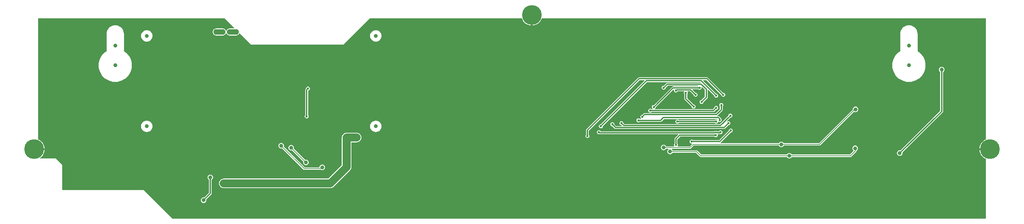
<source format=gbl>
G04 Layer_Physical_Order=2*
G04 Layer_Color=16711680*
%FSLAX25Y25*%
%MOIN*%
G70*
G01*
G75*
%ADD27C,0.01181*%
%ADD29C,0.00787*%
%ADD30C,0.07874*%
%ADD34C,0.03937*%
%ADD35C,0.19685*%
%ADD36C,0.05512*%
%ADD37C,0.02362*%
%ADD38O,0.11811X0.05512*%
G36*
X496850Y197471D02*
X497700Y197538D01*
X499297Y197921D01*
X500814Y198549D01*
X502214Y199407D01*
X503463Y200474D01*
X504530Y201723D01*
X505388Y203123D01*
X506016Y204640D01*
X506036Y204724D01*
X948819D01*
Y83205D01*
X948005Y82868D01*
X946605Y82010D01*
X945356Y80943D01*
X944289Y79695D01*
X943431Y78294D01*
X942803Y76777D01*
X942419Y75180D01*
X942352Y74331D01*
X952756D01*
Y72756D01*
X942352D01*
X942419Y71906D01*
X942803Y70309D01*
X943431Y68792D01*
X944289Y67392D01*
X945356Y66143D01*
X946605Y65077D01*
X948005Y64219D01*
X948819Y63881D01*
Y3937D01*
X137795D01*
X109055Y32677D01*
X27900Y32677D01*
X27900Y57745D01*
X21472Y64173D01*
X5634Y64173D01*
X5493Y64673D01*
X6151Y65077D01*
X7400Y66143D01*
X8467Y67392D01*
X9325Y68792D01*
X9953Y70309D01*
X10336Y71906D01*
X10403Y72756D01*
X0D01*
Y74331D01*
X10403D01*
X10336Y75180D01*
X9953Y76777D01*
X9325Y78294D01*
X8467Y79695D01*
X7400Y80943D01*
X6151Y82010D01*
X4751Y82868D01*
X3937Y83205D01*
Y204724D01*
X189764D01*
X199507Y194981D01*
X199316Y194519D01*
X194882D01*
X193957Y194397D01*
X193095Y194040D01*
X192355Y193472D01*
X191787Y192732D01*
X191609Y192303D01*
X191068D01*
X190890Y192732D01*
X190322Y193472D01*
X189582Y194040D01*
X188720Y194397D01*
X187795Y194519D01*
X181496D01*
X180571Y194397D01*
X179709Y194040D01*
X178969Y193472D01*
X178401Y192732D01*
X178044Y191870D01*
X177922Y190945D01*
X178044Y190020D01*
X178401Y189158D01*
X178969Y188418D01*
X179709Y187850D01*
X180571Y187493D01*
X181496Y187371D01*
X187795D01*
X188720Y187493D01*
X189582Y187850D01*
X190322Y188418D01*
X190890Y189158D01*
X191068Y189587D01*
X191609D01*
X191787Y189158D01*
X192355Y188418D01*
X193095Y187850D01*
X193957Y187493D01*
X194882Y187371D01*
X201181D01*
X202106Y187493D01*
X202968Y187850D01*
X203708Y188418D01*
X204276Y189158D01*
X204413Y189488D01*
X204903Y189585D01*
X216142Y178347D01*
X308268Y178347D01*
X334646Y204724D01*
X486090D01*
X486110Y204640D01*
X486738Y203123D01*
X487596Y201723D01*
X488663Y200474D01*
X489912Y199407D01*
X491312Y198549D01*
X492829Y197921D01*
X494426Y197538D01*
X495276Y197471D01*
Y207874D01*
X496850D01*
Y197471D01*
D02*
G37*
%LPC*%
G36*
X112205Y102193D02*
X111086Y102083D01*
X110010Y101756D01*
X109018Y101226D01*
X108149Y100513D01*
X107435Y99644D01*
X106905Y98652D01*
X106579Y97576D01*
X106468Y96457D01*
X106579Y95338D01*
X106905Y94261D01*
X107435Y93270D01*
X108149Y92400D01*
X109018Y91687D01*
X110010Y91157D01*
X111086Y90831D01*
X112205Y90720D01*
X113324Y90831D01*
X114400Y91157D01*
X115392Y91687D01*
X116261Y92400D01*
X116974Y93270D01*
X117504Y94261D01*
X117831Y95338D01*
X117941Y96457D01*
X117831Y97576D01*
X117504Y98652D01*
X116974Y99644D01*
X116261Y100513D01*
X115392Y101226D01*
X114400Y101756D01*
X113324Y102083D01*
X112205Y102193D01*
D02*
G37*
G36*
X904724Y155929D02*
X904005Y155835D01*
X903335Y155557D01*
X902759Y155115D01*
X902317Y154540D01*
X902040Y153869D01*
X901945Y153150D01*
X902040Y152430D01*
X902317Y151760D01*
X902759Y151184D01*
X903319Y150754D01*
Y111999D01*
X863693Y72373D01*
X862992Y72465D01*
X862273Y72370D01*
X861602Y72092D01*
X861027Y71651D01*
X860585Y71075D01*
X860307Y70404D01*
X860212Y69685D01*
X860307Y68966D01*
X860585Y68295D01*
X861027Y67720D01*
X861602Y67278D01*
X862273Y67000D01*
X862992Y66905D01*
X863712Y67000D01*
X864382Y67278D01*
X864958Y67720D01*
X865399Y68295D01*
X865677Y68966D01*
X865772Y69685D01*
X865680Y70386D01*
X905718Y110424D01*
X906022Y110880D01*
X906129Y111417D01*
Y150754D01*
X906690Y151184D01*
X907132Y151760D01*
X907409Y152430D01*
X907504Y153150D01*
X907409Y153869D01*
X907132Y154540D01*
X906690Y155115D01*
X906114Y155557D01*
X905444Y155835D01*
X904724Y155929D01*
D02*
G37*
G36*
X272835Y136259D02*
X272067Y136106D01*
X271415Y135671D01*
X270980Y135020D01*
X270828Y134252D01*
X270831Y134235D01*
X270660Y134064D01*
X270356Y133608D01*
X270249Y133071D01*
Y107728D01*
X270234Y107718D01*
X269799Y107067D01*
X269647Y106299D01*
X269799Y105531D01*
X270234Y104880D01*
X270885Y104445D01*
X271654Y104292D01*
X272422Y104445D01*
X273073Y104880D01*
X273508Y105531D01*
X273661Y106299D01*
X273508Y107067D01*
X273073Y107718D01*
X273059Y107728D01*
Y132289D01*
X273603Y132398D01*
X274254Y132833D01*
X274689Y133484D01*
X274842Y134252D01*
X274689Y135020D01*
X274254Y135671D01*
X273603Y136106D01*
X272835Y136259D01*
D02*
G37*
G36*
X340551Y102193D02*
X339432Y102083D01*
X338356Y101756D01*
X337364Y101226D01*
X336495Y100513D01*
X335782Y99644D01*
X335251Y98652D01*
X334925Y97576D01*
X334815Y96457D01*
X334925Y95338D01*
X335251Y94261D01*
X335782Y93270D01*
X336495Y92400D01*
X337364Y91687D01*
X338356Y91157D01*
X339432Y90831D01*
X340551Y90720D01*
X341670Y90831D01*
X342746Y91157D01*
X343738Y91687D01*
X344607Y92400D01*
X345321Y93270D01*
X345851Y94261D01*
X346177Y95338D01*
X346287Y96457D01*
X346177Y97576D01*
X345851Y98652D01*
X345321Y99644D01*
X344607Y100513D01*
X343738Y101226D01*
X342746Y101756D01*
X341670Y102083D01*
X340551Y102193D01*
D02*
G37*
G36*
X321378Y89905D02*
X311378D01*
X310452Y89814D01*
X309561Y89543D01*
X308740Y89105D01*
X308021Y88514D01*
X307431Y87795D01*
X306992Y86974D01*
X306722Y86084D01*
X306631Y85158D01*
Y57439D01*
X293309Y44117D01*
X188976D01*
X188050Y44026D01*
X187160Y43756D01*
X186339Y43317D01*
X185620Y42727D01*
X185029Y42007D01*
X184590Y41187D01*
X184320Y40296D01*
X184229Y39370D01*
X184320Y38444D01*
X184590Y37553D01*
X185029Y36733D01*
X185620Y36013D01*
X186339Y35423D01*
X187160Y34984D01*
X188050Y34714D01*
X188976Y34623D01*
X295276D01*
X296202Y34714D01*
X297092Y34984D01*
X297913Y35423D01*
X298632Y36013D01*
X314735Y52116D01*
X315325Y52835D01*
X315764Y53656D01*
X316034Y54546D01*
X316125Y55472D01*
Y80410D01*
X321378D01*
X322304Y80501D01*
X323195Y80772D01*
X324015Y81210D01*
X324735Y81801D01*
X325325Y82520D01*
X325764Y83341D01*
X326034Y84231D01*
X326125Y85158D01*
X326034Y86084D01*
X325764Y86974D01*
X325325Y87795D01*
X324735Y88514D01*
X324015Y89105D01*
X323195Y89543D01*
X322304Y89814D01*
X321378Y89905D01*
D02*
G37*
G36*
X175591Y48055D02*
X174871Y47961D01*
X174201Y47683D01*
X173625Y47241D01*
X173183Y46665D01*
X172906Y45995D01*
X172811Y45276D01*
X172906Y44556D01*
X173183Y43886D01*
X173625Y43310D01*
X174186Y42880D01*
Y29716D01*
X169598Y25128D01*
X168898Y25221D01*
X168178Y25126D01*
X167508Y24848D01*
X166932Y24407D01*
X166490Y23831D01*
X166213Y23160D01*
X166118Y22441D01*
X166213Y21722D01*
X166490Y21051D01*
X166932Y20475D01*
X167508Y20034D01*
X168178Y19756D01*
X168898Y19661D01*
X169617Y19756D01*
X170288Y20034D01*
X170863Y20475D01*
X171305Y21051D01*
X171583Y21722D01*
X171677Y22441D01*
X171585Y23142D01*
X176584Y28140D01*
X176889Y28596D01*
X176996Y29134D01*
Y42880D01*
X177556Y43310D01*
X177998Y43886D01*
X178276Y44556D01*
X178370Y45276D01*
X178276Y45995D01*
X177998Y46665D01*
X177556Y47241D01*
X176980Y47683D01*
X176310Y47961D01*
X175591Y48055D01*
D02*
G37*
G36*
X256100Y77780D02*
X255381Y77685D01*
X254710Y77407D01*
X254134Y76965D01*
X253693Y76390D01*
X253415Y75719D01*
X253320Y75000D01*
X253415Y74281D01*
X253693Y73610D01*
X254134Y73035D01*
X254710Y72593D01*
X255381Y72315D01*
X256100Y72220D01*
X256819Y72315D01*
X257005Y72392D01*
X268292Y61105D01*
X268215Y60919D01*
X268120Y60200D01*
X268215Y59481D01*
X268493Y58810D01*
X268934Y58235D01*
X269510Y57793D01*
X270181Y57515D01*
X270900Y57420D01*
X271619Y57515D01*
X272290Y57793D01*
X272866Y58235D01*
X273307Y58810D01*
X273585Y59481D01*
X273680Y60200D01*
X273585Y60919D01*
X273307Y61590D01*
X272866Y62165D01*
X272290Y62607D01*
X271619Y62885D01*
X270900Y62980D01*
X270181Y62885D01*
X269995Y62808D01*
X258708Y74095D01*
X258785Y74281D01*
X258880Y75000D01*
X258785Y75719D01*
X258507Y76390D01*
X258066Y76965D01*
X257490Y77407D01*
X256819Y77685D01*
X256100Y77780D01*
D02*
G37*
G36*
X246300Y79780D02*
X245581Y79685D01*
X244910Y79407D01*
X244335Y78966D01*
X243893Y78390D01*
X243615Y77719D01*
X243520Y77000D01*
X243615Y76281D01*
X243893Y75610D01*
X244335Y75034D01*
X244910Y74593D01*
X245581Y74315D01*
X246300Y74220D01*
X247019Y74315D01*
X247205Y74392D01*
X268249Y53348D01*
X268639Y53087D01*
X269100Y52996D01*
X269100Y52996D01*
X285706D01*
X285710Y52993D01*
X286381Y52715D01*
X287100Y52620D01*
X287819Y52715D01*
X288490Y52993D01*
X289066Y53434D01*
X289507Y54010D01*
X289785Y54681D01*
X289880Y55400D01*
X289785Y56119D01*
X289507Y56790D01*
X289066Y57366D01*
X288490Y57807D01*
X287819Y58085D01*
X287100Y58180D01*
X286381Y58085D01*
X285710Y57807D01*
X285135Y57366D01*
X284693Y56790D01*
X284415Y56119D01*
X284321Y55404D01*
X269599D01*
X248908Y76095D01*
X248985Y76281D01*
X249080Y77000D01*
X248985Y77719D01*
X248707Y78390D01*
X248266Y78966D01*
X247690Y79407D01*
X247019Y79685D01*
X246300Y79780D01*
D02*
G37*
G36*
X872047Y197665D02*
X870688Y197558D01*
X869362Y197239D01*
X868103Y196718D01*
X866940Y196005D01*
X865904Y195120D01*
X865018Y194083D01*
X864306Y192921D01*
X863784Y191661D01*
X863466Y190336D01*
X863359Y188976D01*
Y171562D01*
X861959Y170627D01*
X860330Y169198D01*
X858901Y167568D01*
X857696Y165766D01*
X856738Y163822D01*
X856041Y161769D01*
X855618Y159643D01*
X855476Y157480D01*
X855618Y155317D01*
X856041Y153191D01*
X856738Y151139D01*
X857696Y149195D01*
X858901Y147393D01*
X860330Y145763D01*
X861959Y144334D01*
X863762Y143130D01*
X865706Y142171D01*
X867758Y141474D01*
X869884Y141051D01*
X872047Y140909D01*
X874210Y141051D01*
X876336Y141474D01*
X878389Y142171D01*
X880333Y143130D01*
X882135Y144334D01*
X883765Y145763D01*
X885194Y147393D01*
X886398Y149195D01*
X887357Y151139D01*
X888054Y153191D01*
X888476Y155317D01*
X888618Y157480D01*
X888476Y159643D01*
X888054Y161769D01*
X887357Y163822D01*
X886398Y165766D01*
X885194Y167568D01*
X883765Y169198D01*
X882135Y170627D01*
X880735Y171562D01*
Y188976D01*
X880628Y190336D01*
X880310Y191661D01*
X879788Y192921D01*
X879076Y194083D01*
X878191Y195120D01*
X877154Y196005D01*
X875992Y196718D01*
X874732Y197239D01*
X873406Y197558D01*
X872047Y197665D01*
D02*
G37*
G36*
X80709D02*
X79349Y197558D01*
X78024Y197239D01*
X76764Y196718D01*
X75602Y196005D01*
X74565Y195120D01*
X73680Y194083D01*
X72967Y192921D01*
X72446Y191661D01*
X72127Y190336D01*
X72021Y188976D01*
Y171562D01*
X70621Y170627D01*
X68991Y169198D01*
X67562Y167568D01*
X66358Y165766D01*
X65399Y163822D01*
X64702Y161769D01*
X64280Y159643D01*
X64138Y157480D01*
X64280Y155317D01*
X64702Y153191D01*
X65399Y151139D01*
X66358Y149195D01*
X67562Y147393D01*
X68991Y145763D01*
X70621Y144334D01*
X72423Y143130D01*
X74367Y142171D01*
X76420Y141474D01*
X78546Y141051D01*
X80709Y140909D01*
X82872Y141051D01*
X84997Y141474D01*
X87050Y142171D01*
X88994Y143130D01*
X90796Y144334D01*
X92426Y145763D01*
X93855Y147393D01*
X95060Y149195D01*
X96018Y151139D01*
X96715Y153191D01*
X97138Y155317D01*
X97280Y157480D01*
X97138Y159643D01*
X96715Y161769D01*
X96018Y163822D01*
X95060Y165766D01*
X93855Y167568D01*
X92426Y169198D01*
X90796Y170627D01*
X89397Y171562D01*
Y188976D01*
X89290Y190336D01*
X88972Y191661D01*
X88450Y192921D01*
X87738Y194083D01*
X86852Y195120D01*
X85816Y196005D01*
X84653Y196718D01*
X83394Y197239D01*
X82068Y197558D01*
X80709Y197665D01*
D02*
G37*
G36*
X340551Y192744D02*
X339432Y192634D01*
X338356Y192307D01*
X337364Y191777D01*
X336495Y191064D01*
X335782Y190195D01*
X335251Y189203D01*
X334925Y188127D01*
X334815Y187008D01*
X334925Y185889D01*
X335251Y184813D01*
X335782Y183821D01*
X336495Y182952D01*
X337364Y182238D01*
X338356Y181708D01*
X339432Y181382D01*
X340551Y181272D01*
X341670Y181382D01*
X342746Y181708D01*
X343738Y182238D01*
X344607Y182952D01*
X345321Y183821D01*
X345851Y184813D01*
X346177Y185889D01*
X346287Y187008D01*
X346177Y188127D01*
X345851Y189203D01*
X345321Y190195D01*
X344607Y191064D01*
X343738Y191777D01*
X342746Y192307D01*
X341670Y192634D01*
X340551Y192744D01*
D02*
G37*
G36*
X112205D02*
X111086Y192634D01*
X110010Y192307D01*
X109018Y191777D01*
X108149Y191064D01*
X107435Y190195D01*
X106905Y189203D01*
X106579Y188127D01*
X106468Y187008D01*
X106579Y185889D01*
X106905Y184813D01*
X107435Y183821D01*
X108149Y182952D01*
X109018Y182238D01*
X110010Y181708D01*
X111086Y181382D01*
X112205Y181272D01*
X113324Y181382D01*
X114400Y181708D01*
X115392Y182238D01*
X116261Y182952D01*
X116974Y183821D01*
X117504Y184813D01*
X117831Y185889D01*
X117941Y187008D01*
X117831Y188127D01*
X117504Y189203D01*
X116974Y190195D01*
X116261Y191064D01*
X115392Y191777D01*
X114400Y192307D01*
X113324Y192634D01*
X112205Y192744D01*
D02*
G37*
G36*
X685039Y119724D02*
X684271Y119571D01*
X683620Y119136D01*
X683185Y118485D01*
X683032Y117717D01*
X683185Y116948D01*
X683620Y116297D01*
X683634Y116288D01*
Y113574D01*
X679733Y109673D01*
X608661D01*
X608124Y109566D01*
X607668Y109261D01*
X606316Y107909D01*
X606299Y107913D01*
X605531Y107760D01*
X604880Y107325D01*
X604445Y106674D01*
X604292Y105905D01*
X604445Y105137D01*
X604880Y104486D01*
X605208Y104267D01*
X605056Y103767D01*
X603791D01*
X603781Y103781D01*
X603130Y104217D01*
X602362Y104369D01*
X601594Y104217D01*
X600943Y103781D01*
X600508Y103130D01*
X600355Y102362D01*
X600508Y101594D01*
X600943Y100943D01*
X601594Y100508D01*
X602362Y100355D01*
X603130Y100508D01*
X603781Y100943D01*
X603791Y100957D01*
X624409D01*
X624947Y101064D01*
X625403Y101369D01*
X627747Y103713D01*
X680865D01*
X681211Y103258D01*
X680689Y103035D01*
X679921Y103188D01*
X679153Y103035D01*
X678502Y102600D01*
X678492Y102586D01*
X642767D01*
X642758Y102600D01*
X642107Y103035D01*
X641339Y103188D01*
X640570Y103035D01*
X639919Y102600D01*
X639484Y101949D01*
X639331Y101181D01*
X639484Y100413D01*
X639919Y99762D01*
X640570Y99327D01*
X641339Y99174D01*
X642107Y99327D01*
X642758Y99762D01*
X642767Y99776D01*
X678492D01*
X678502Y99762D01*
X679153Y99327D01*
X679921Y99174D01*
X680689Y99327D01*
X681341Y99762D01*
X681776Y100413D01*
X681864Y100857D01*
X682418Y101088D01*
X682696Y100902D01*
X683465Y100749D01*
X684233Y100902D01*
X684884Y101337D01*
X685319Y101988D01*
X685472Y102756D01*
X685319Y103524D01*
X684884Y104175D01*
X684813Y104223D01*
X684763Y104475D01*
X684458Y104930D01*
X683277Y106112D01*
X682821Y106416D01*
X682283Y106523D01*
X681016D01*
X680963Y106668D01*
X680932Y107023D01*
X681308Y107274D01*
X686033Y111999D01*
X686337Y112454D01*
X686444Y112992D01*
Y116288D01*
X686459Y116297D01*
X686894Y116948D01*
X687046Y117717D01*
X686894Y118485D01*
X686459Y119136D01*
X685807Y119571D01*
X685039Y119724D01*
D02*
G37*
G36*
X694095Y109094D02*
X693326Y108941D01*
X692675Y108506D01*
X692240Y107855D01*
X692087Y107087D01*
X692091Y107070D01*
X683670Y98649D01*
X588377D01*
X587437Y99590D01*
X587440Y99606D01*
X587287Y100374D01*
X586852Y101025D01*
X586201Y101461D01*
X585433Y101613D01*
X584665Y101461D01*
X584014Y101025D01*
X583579Y100374D01*
X583426Y99606D01*
X583579Y98838D01*
X584014Y98187D01*
X584665Y97752D01*
X585433Y97599D01*
X585450Y97603D01*
X585910Y97142D01*
X585719Y96680D01*
X580110D01*
X578382Y98408D01*
X578385Y98425D01*
X578232Y99193D01*
X577797Y99844D01*
X577146Y100279D01*
X576378Y100432D01*
X575610Y100279D01*
X574959Y99844D01*
X574524Y99193D01*
X574371Y98425D01*
X574524Y97657D01*
X574959Y97006D01*
X575610Y96571D01*
X576378Y96418D01*
X576395Y96421D01*
X578534Y94282D01*
X578990Y93978D01*
X579528Y93871D01*
X687795D01*
X688333Y93978D01*
X688789Y94282D01*
X692109Y97603D01*
X692126Y97599D01*
X692894Y97752D01*
X693545Y98187D01*
X693980Y98838D01*
X694133Y99606D01*
X693980Y100374D01*
X693545Y101025D01*
X692894Y101461D01*
X692126Y101613D01*
X691358Y101461D01*
X691115Y101298D01*
X690629Y101575D01*
X690632Y101637D01*
X694078Y105083D01*
X694095Y105079D01*
X694863Y105232D01*
X695514Y105667D01*
X695949Y106318D01*
X696102Y107087D01*
X695949Y107855D01*
X695514Y108506D01*
X694863Y108941D01*
X694095Y109094D01*
D02*
G37*
G36*
X670866Y145499D02*
X603150D01*
X602612Y145393D01*
X602156Y145088D01*
X550581Y93513D01*
X550277Y93057D01*
X550170Y92520D01*
Y88043D01*
X550156Y88033D01*
X549720Y87382D01*
X549568Y86614D01*
X549720Y85846D01*
X550156Y85195D01*
X550807Y84760D01*
X551575Y84607D01*
X552343Y84760D01*
X552994Y85195D01*
X553429Y85846D01*
X553582Y86614D01*
X553429Y87382D01*
X552994Y88033D01*
X552980Y88043D01*
Y91938D01*
X603732Y142690D01*
X608553D01*
X608745Y142228D01*
X564978Y98460D01*
X564961Y98464D01*
X564193Y98311D01*
X563541Y97876D01*
X563106Y97225D01*
X562954Y96457D01*
X563106Y95689D01*
X563541Y95038D01*
X564193Y94602D01*
X564961Y94450D01*
X565729Y94602D01*
X566380Y95038D01*
X566815Y95689D01*
X566968Y96457D01*
X566964Y96473D01*
X611212Y140721D01*
X664192D01*
X664370Y140488D01*
X664123Y139988D01*
X631102D01*
X630565Y139881D01*
X630109Y139576D01*
X627576Y137043D01*
X627559Y137046D01*
X626791Y136894D01*
X626140Y136459D01*
X625705Y135807D01*
X625552Y135039D01*
X625705Y134271D01*
X626140Y133620D01*
X626791Y133185D01*
X627559Y133032D01*
X628327Y133185D01*
X628978Y133620D01*
X629413Y134271D01*
X629566Y135039D01*
X629563Y135056D01*
X631684Y137178D01*
X661910D01*
X662112Y136678D01*
X661889Y136444D01*
X637008D01*
X636470Y136337D01*
X636014Y136033D01*
X617733Y117752D01*
X617717Y117755D01*
X616949Y117602D01*
X616297Y117167D01*
X615862Y116516D01*
X615709Y115748D01*
X615862Y114980D01*
X616297Y114329D01*
X616625Y114110D01*
X616474Y113610D01*
X615602D01*
X615592Y113624D01*
X614941Y114059D01*
X614173Y114212D01*
X613405Y114059D01*
X612754Y113624D01*
X612319Y112973D01*
X612166Y112205D01*
X612319Y111437D01*
X612754Y110785D01*
X613405Y110350D01*
X614173Y110198D01*
X614941Y110350D01*
X615592Y110785D01*
X615602Y110800D01*
X677165D01*
X677703Y110907D01*
X678159Y111211D01*
X679904Y112957D01*
X679921Y112954D01*
X680689Y113106D01*
X681341Y113541D01*
X681776Y114193D01*
X681928Y114961D01*
X681776Y115729D01*
X681341Y116380D01*
X680689Y116815D01*
X679921Y116968D01*
X679153Y116815D01*
X678502Y116380D01*
X678067Y115729D01*
X677914Y114961D01*
X677917Y114944D01*
X676583Y113610D01*
X618960D01*
X618808Y114110D01*
X619136Y114329D01*
X619571Y114980D01*
X619724Y115748D01*
X619720Y115765D01*
X637337Y133381D01*
X637512Y133357D01*
X637580Y133305D01*
X637860Y132803D01*
X637757Y132283D01*
X637910Y131515D01*
X638345Y130864D01*
X638996Y130429D01*
X639764Y130276D01*
X640532Y130429D01*
X641183Y130864D01*
X641618Y131515D01*
X641648Y131666D01*
X647843D01*
X648070Y131166D01*
X647752Y130689D01*
X647599Y129921D01*
X647752Y129153D01*
X648187Y128502D01*
X648201Y128492D01*
Y124016D01*
X648308Y123478D01*
X648613Y123022D01*
X655477Y116158D01*
X655473Y116142D01*
X655626Y115374D01*
X656061Y114723D01*
X656712Y114287D01*
X657480Y114135D01*
X658248Y114287D01*
X658899Y114723D01*
X659335Y115374D01*
X659487Y116142D01*
X659335Y116910D01*
X658899Y117561D01*
X658248Y117996D01*
X657480Y118149D01*
X657464Y118146D01*
X651011Y124598D01*
Y128492D01*
X651025Y128502D01*
X651461Y129153D01*
X651613Y129921D01*
X651461Y130689D01*
X651142Y131166D01*
X651370Y131666D01*
X653749D01*
X657445Y127970D01*
X657442Y127953D01*
X657594Y127185D01*
X658030Y126533D01*
X658681Y126099D01*
X659449Y125946D01*
X660217Y126099D01*
X660868Y126533D01*
X661303Y127185D01*
X661456Y127953D01*
X661303Y128721D01*
X660868Y129372D01*
X660217Y129807D01*
X659449Y129960D01*
X659432Y129956D01*
X656216Y133173D01*
X656407Y133634D01*
X661957D01*
X661967Y133620D01*
X662618Y133185D01*
X663386Y133032D01*
X664154Y133185D01*
X664805Y133620D01*
X665240Y134271D01*
X665393Y135039D01*
X665289Y135560D01*
X665750Y135806D01*
X668674Y132883D01*
Y126172D01*
X665371Y122870D01*
X665354Y122873D01*
X664586Y122720D01*
X663935Y122285D01*
X663500Y121634D01*
X663347Y120866D01*
X663500Y120098D01*
X663935Y119447D01*
X664586Y119012D01*
X665354Y118859D01*
X666122Y119012D01*
X666774Y119447D01*
X667209Y120098D01*
X667361Y120866D01*
X667358Y120883D01*
X671072Y124597D01*
X671377Y125053D01*
X671484Y125591D01*
Y132909D01*
X671984Y133116D01*
X677917Y127182D01*
X677914Y127165D01*
X678067Y126397D01*
X678502Y125746D01*
X679153Y125311D01*
X679921Y125158D01*
X680689Y125311D01*
X681341Y125746D01*
X681776Y126397D01*
X681928Y127165D01*
X681776Y127933D01*
X681341Y128585D01*
X680689Y129020D01*
X679921Y129172D01*
X679904Y129169D01*
X666846Y142228D01*
X667037Y142690D01*
X670284D01*
X685004Y127970D01*
X685001Y127953D01*
X685154Y127185D01*
X685589Y126533D01*
X686240Y126099D01*
X687008Y125946D01*
X687776Y126099D01*
X688427Y126533D01*
X688862Y127185D01*
X689015Y127953D01*
X688862Y128721D01*
X688427Y129372D01*
X687776Y129807D01*
X687008Y129960D01*
X686991Y129956D01*
X671860Y145088D01*
X671404Y145393D01*
X670866Y145499D01*
D02*
G37*
G36*
X818898Y116190D02*
X818178Y116095D01*
X817508Y115817D01*
X816932Y115376D01*
X816490Y114800D01*
X816213Y114130D01*
X816118Y113410D01*
X816152Y113155D01*
X782501Y79504D01*
X747366D01*
X747289Y79690D01*
X746847Y80265D01*
X746272Y80707D01*
X745601Y80985D01*
X744882Y81080D01*
X744163Y80985D01*
X743492Y80707D01*
X742916Y80265D01*
X742475Y79690D01*
X742398Y79504D01*
X684453D01*
X684301Y80004D01*
X684458Y80109D01*
X694471Y90122D01*
X694488Y90119D01*
X695256Y90272D01*
X695907Y90707D01*
X696343Y91358D01*
X696495Y92126D01*
X696343Y92894D01*
X695907Y93545D01*
X695256Y93980D01*
X694488Y94133D01*
X693720Y93980D01*
X693069Y93545D01*
X692634Y92894D01*
X692481Y92126D01*
X692485Y92109D01*
X682883Y82507D01*
X656941D01*
X656931Y82522D01*
X656280Y82957D01*
X655512Y83109D01*
X654744Y82957D01*
X654093Y82522D01*
X653657Y81870D01*
X653505Y81102D01*
X653657Y80334D01*
X654093Y79683D01*
X654744Y79248D01*
X655489Y79100D01*
X655553Y79005D01*
X655725Y78628D01*
X653501Y76404D01*
X641698D01*
X641431Y76904D01*
X641618Y77185D01*
X641771Y77953D01*
X641618Y78721D01*
X641183Y79372D01*
X641169Y79382D01*
Y83276D01*
X644086Y86194D01*
X678099D01*
X678108Y86179D01*
X678759Y85744D01*
X679528Y85591D01*
X680296Y85744D01*
X680947Y86179D01*
X681382Y86830D01*
X681535Y87598D01*
X681444Y88056D01*
X681811Y88556D01*
X683661D01*
X683928Y88609D01*
X684252Y88544D01*
X685020Y88697D01*
X685671Y89132D01*
X686106Y89783D01*
X686259Y90551D01*
X686106Y91319D01*
X685671Y91970D01*
X685020Y92405D01*
X684252Y92558D01*
X683484Y92405D01*
X682833Y91970D01*
X682429Y91366D01*
X681260D01*
X681125Y91456D01*
X680588Y91562D01*
X678468D01*
X677930Y91456D01*
X677795Y91366D01*
X564816D01*
X564411Y91970D01*
X563760Y92405D01*
X562992Y92558D01*
X562224Y92405D01*
X561573Y91970D01*
X561138Y91319D01*
X560985Y90551D01*
X561138Y89783D01*
X561573Y89132D01*
X562224Y88697D01*
X562992Y88544D01*
X563316Y88609D01*
X563583Y88556D01*
X641821D01*
X642012Y88094D01*
X638770Y84852D01*
X638466Y84396D01*
X638359Y83858D01*
Y79382D01*
X638345Y79372D01*
X637910Y78721D01*
X637757Y77953D01*
X637910Y77185D01*
X638097Y76904D01*
X637830Y76404D01*
X629984D01*
X629907Y76590D01*
X629465Y77166D01*
X628890Y77607D01*
X628219Y77885D01*
X627500Y77980D01*
X626781Y77885D01*
X626110Y77607D01*
X625534Y77166D01*
X625093Y76590D01*
X624815Y75919D01*
X624720Y75200D01*
X624815Y74481D01*
X625093Y73810D01*
X625534Y73234D01*
X626110Y72793D01*
X626781Y72515D01*
X627500Y72420D01*
X628219Y72515D01*
X628890Y72793D01*
X629465Y73234D01*
X629907Y73810D01*
X629984Y73996D01*
X632295D01*
X632465Y73496D01*
X632034Y73166D01*
X631593Y72590D01*
X631315Y71919D01*
X631220Y71200D01*
X631315Y70481D01*
X631593Y69810D01*
X632034Y69235D01*
X632610Y68793D01*
X633281Y68515D01*
X634000Y68420D01*
X634719Y68515D01*
X635390Y68793D01*
X635965Y69235D01*
X636407Y69810D01*
X636484Y69996D01*
X659801D01*
X663749Y66049D01*
X664139Y65787D01*
X664600Y65696D01*
X664600Y65696D01*
X750284D01*
X750349Y65539D01*
X750790Y64964D01*
X751366Y64522D01*
X752037Y64244D01*
X752756Y64149D01*
X753475Y64244D01*
X754146Y64522D01*
X754721Y64964D01*
X755163Y65539D01*
X755228Y65696D01*
X813750D01*
X813750Y65696D01*
X814211Y65787D01*
X814602Y66049D01*
X819354Y70800D01*
X819615Y71191D01*
X819707Y71652D01*
Y71925D01*
X819892Y72002D01*
X820468Y72444D01*
X820910Y73019D01*
X821187Y73690D01*
X821282Y74409D01*
X821187Y75129D01*
X820910Y75799D01*
X820468Y76375D01*
X819892Y76817D01*
X819222Y77094D01*
X818502Y77189D01*
X817783Y77094D01*
X817113Y76817D01*
X816537Y76375D01*
X816095Y75799D01*
X815817Y75129D01*
X815723Y74409D01*
X815817Y73690D01*
X816095Y73019D01*
X816537Y72444D01*
X816733Y72293D01*
X816777Y71629D01*
X813252Y68104D01*
X755252D01*
X755163Y68319D01*
X754721Y68895D01*
X754146Y69336D01*
X753475Y69614D01*
X752756Y69709D01*
X752037Y69614D01*
X751366Y69336D01*
X750790Y68895D01*
X750349Y68319D01*
X750260Y68104D01*
X665099D01*
X661152Y72052D01*
X660761Y72313D01*
X660300Y72404D01*
X660300Y72404D01*
X636484D01*
X636407Y72590D01*
X635965Y73166D01*
X635535Y73496D01*
X635705Y73996D01*
X654000D01*
X654000Y73996D01*
X654461Y74087D01*
X654851Y74348D01*
X657599Y77096D01*
X742398D01*
X742475Y76910D01*
X742916Y76335D01*
X743492Y75893D01*
X744163Y75615D01*
X744882Y75520D01*
X745601Y75615D01*
X746272Y75893D01*
X746847Y76335D01*
X747289Y76910D01*
X747366Y77096D01*
X783000D01*
X783000Y77096D01*
X783461Y77187D01*
X783851Y77448D01*
X817450Y111047D01*
X817508Y111003D01*
X818178Y110725D01*
X818898Y110631D01*
X819617Y110725D01*
X820288Y111003D01*
X820863Y111445D01*
X821305Y112020D01*
X821583Y112691D01*
X821677Y113410D01*
X821583Y114130D01*
X821305Y114800D01*
X820863Y115376D01*
X820288Y115817D01*
X819617Y116095D01*
X818898Y116190D01*
D02*
G37*
%LPD*%
D27*
X639764Y83858D02*
X643504Y87598D01*
X680784Y89961D02*
X683661D01*
X680588Y90158D02*
X680784Y89961D01*
X678468Y90158D02*
X680588D01*
X678271Y89961D02*
X678468Y90158D01*
X563583Y89961D02*
X678271D01*
X643504Y87598D02*
X679528D01*
X862992Y69685D02*
X904724Y111417D01*
Y153150D01*
X168898Y22441D02*
X175591Y29134D01*
Y45276D01*
X639764Y77953D02*
Y83858D01*
X683661Y89961D02*
X684252Y90551D01*
X562992D02*
X563583Y89961D01*
X683465Y102756D02*
Y103937D01*
X682283Y105118D02*
X683465Y103937D01*
X627165Y105118D02*
X682283D01*
X641339Y101181D02*
X679921D01*
X677165Y112205D02*
X679921Y114961D01*
X665354Y120866D02*
X670079Y125591D01*
Y133465D01*
X664961Y138583D02*
X670079Y133465D01*
X631102Y138583D02*
X664961D01*
X627559Y135039D02*
X631102Y138583D01*
X664961Y142126D02*
X679921Y127165D01*
X610630Y142126D02*
X664961D01*
X564961Y96457D02*
X610630Y142126D01*
X670866Y144095D02*
X687008Y127953D01*
X603150Y144095D02*
X670866D01*
X551575Y92520D02*
X603150Y144095D01*
X551575Y86614D02*
Y92520D01*
X271654Y106299D02*
Y133071D01*
X272835Y134252D01*
X654331Y133071D02*
X659449Y127953D01*
X640551Y133071D02*
X654331D01*
X639764Y132283D02*
X640551Y133071D01*
X649606Y124016D02*
X657480Y116142D01*
X649606Y124016D02*
Y129921D01*
X683465Y81102D02*
X694488Y92126D01*
X655512Y81102D02*
X683465D01*
X687795Y95276D02*
X692126Y99606D01*
X579528Y95276D02*
X687795D01*
X576378Y98425D02*
X579528Y95276D01*
X684252Y97244D02*
X694095Y107087D01*
X587795Y97244D02*
X684252D01*
X585433Y99606D02*
X587795Y97244D01*
X624409Y102362D02*
X627165Y105118D01*
X602362Y102362D02*
X624409D01*
X685039Y112992D02*
Y117717D01*
X680315Y108268D02*
X685039Y112992D01*
X608661Y108268D02*
X680315D01*
X606299Y105905D02*
X608661Y108268D01*
X617717Y115748D02*
X637008Y135039D01*
X614173Y112205D02*
X677165D01*
X637008Y135039D02*
X663386D01*
D29*
X664600Y66900D02*
X813750D01*
X783000Y78300D02*
X818504Y113804D01*
X744882Y78300D02*
X783000D01*
X657100D02*
X744882D01*
X818502Y71652D02*
Y74409D01*
X813750Y66900D02*
X818502Y71652D01*
X818504Y113804D02*
X818898Y113410D01*
X256100Y75000D02*
X270900Y60200D01*
X627500Y75200D02*
X654000D01*
X657100Y78300D01*
X246300Y77000D02*
X269100Y54200D01*
X285900D01*
X287100Y55400D01*
X634000Y71200D02*
X660300D01*
X664600Y66900D01*
D30*
X311378Y85158D02*
X321378D01*
X311378Y55472D02*
Y85158D01*
X295276Y39370D02*
X311378Y55472D01*
X188976Y39370D02*
X192913D01*
X196850D01*
X200787D01*
X295276D01*
D34*
X80709Y177165D02*
D03*
Y157480D02*
D03*
X872047D02*
D03*
Y177165D02*
D03*
X112205Y187008D02*
D03*
Y96457D02*
D03*
X340551D02*
D03*
Y187008D02*
D03*
X30185Y34846D02*
D03*
X744882Y78300D02*
D03*
X752756Y66929D02*
D03*
X818502Y74409D02*
D03*
X818898Y113410D02*
D03*
X862992Y69685D02*
D03*
X904724Y153150D02*
D03*
X175591Y45276D02*
D03*
X168898Y22441D02*
D03*
X316535Y85039D02*
D03*
X311378Y85158D02*
D03*
X200787Y39370D02*
D03*
X196850D02*
D03*
X192913D02*
D03*
X188976D02*
D03*
X321378Y85158D02*
D03*
X256100Y75000D02*
D03*
X270900Y60200D02*
D03*
X627500Y75200D02*
D03*
X246300Y77000D02*
D03*
X287100Y55400D02*
D03*
X634000Y71200D02*
D03*
D35*
X952756Y73543D02*
D03*
X0D02*
D03*
X496063Y207874D02*
D03*
D36*
X187795Y190945D02*
D03*
X194882D02*
D03*
D37*
X679528Y87598D02*
D03*
X935039Y196850D02*
D03*
Y177165D02*
D03*
Y157480D02*
D03*
Y137795D02*
D03*
Y118110D02*
D03*
Y98425D02*
D03*
Y78740D02*
D03*
Y59055D02*
D03*
Y39370D02*
D03*
Y19685D02*
D03*
X915354Y196850D02*
D03*
Y177165D02*
D03*
Y157480D02*
D03*
Y118110D02*
D03*
Y98425D02*
D03*
Y78740D02*
D03*
Y59055D02*
D03*
Y39370D02*
D03*
Y19685D02*
D03*
X895669Y196850D02*
D03*
Y177165D02*
D03*
Y157480D02*
D03*
Y98425D02*
D03*
Y78740D02*
D03*
Y59055D02*
D03*
Y39370D02*
D03*
Y19685D02*
D03*
X875984Y137795D02*
D03*
Y118110D02*
D03*
Y78740D02*
D03*
Y59055D02*
D03*
Y39370D02*
D03*
Y19685D02*
D03*
X856299Y196850D02*
D03*
Y177165D02*
D03*
Y137795D02*
D03*
Y118110D02*
D03*
Y39370D02*
D03*
Y19685D02*
D03*
X836614Y196850D02*
D03*
Y177165D02*
D03*
Y157480D02*
D03*
Y137795D02*
D03*
Y118110D02*
D03*
Y78740D02*
D03*
Y39370D02*
D03*
Y19685D02*
D03*
X816929Y196850D02*
D03*
Y177165D02*
D03*
Y157480D02*
D03*
Y137795D02*
D03*
Y118110D02*
D03*
Y78740D02*
D03*
Y39370D02*
D03*
Y19685D02*
D03*
X797244Y196850D02*
D03*
Y177165D02*
D03*
Y157480D02*
D03*
Y137795D02*
D03*
Y118110D02*
D03*
Y78740D02*
D03*
Y59055D02*
D03*
Y39370D02*
D03*
Y19685D02*
D03*
X777559Y196850D02*
D03*
Y177165D02*
D03*
Y157480D02*
D03*
Y137795D02*
D03*
Y118110D02*
D03*
Y98425D02*
D03*
Y39370D02*
D03*
Y19685D02*
D03*
X757874Y196850D02*
D03*
Y177165D02*
D03*
Y157480D02*
D03*
Y137795D02*
D03*
Y118110D02*
D03*
Y98425D02*
D03*
Y59055D02*
D03*
Y19685D02*
D03*
X738189Y196850D02*
D03*
Y177165D02*
D03*
Y157480D02*
D03*
Y137795D02*
D03*
Y118110D02*
D03*
Y98425D02*
D03*
Y59055D02*
D03*
Y19685D02*
D03*
X718504Y196850D02*
D03*
Y177165D02*
D03*
Y157480D02*
D03*
Y137795D02*
D03*
Y118110D02*
D03*
Y98425D02*
D03*
Y59055D02*
D03*
Y19685D02*
D03*
X698819Y196850D02*
D03*
Y177165D02*
D03*
Y157480D02*
D03*
Y137795D02*
D03*
Y118110D02*
D03*
Y98425D02*
D03*
Y59055D02*
D03*
Y19685D02*
D03*
X679134Y196850D02*
D03*
Y177165D02*
D03*
Y157480D02*
D03*
Y19685D02*
D03*
X659449Y196850D02*
D03*
Y177165D02*
D03*
Y157480D02*
D03*
Y19685D02*
D03*
X639764Y196850D02*
D03*
Y177165D02*
D03*
Y157480D02*
D03*
Y59055D02*
D03*
Y19685D02*
D03*
X620079Y196850D02*
D03*
Y177165D02*
D03*
Y157480D02*
D03*
Y137795D02*
D03*
Y59055D02*
D03*
Y19685D02*
D03*
X600394Y196850D02*
D03*
Y177165D02*
D03*
Y157480D02*
D03*
Y59055D02*
D03*
Y19685D02*
D03*
X580709Y196850D02*
D03*
Y177165D02*
D03*
Y157480D02*
D03*
Y137795D02*
D03*
Y98425D02*
D03*
Y59055D02*
D03*
Y19685D02*
D03*
X561024Y196850D02*
D03*
Y177165D02*
D03*
Y157480D02*
D03*
Y137795D02*
D03*
Y59055D02*
D03*
Y19685D02*
D03*
X541339Y196850D02*
D03*
Y177165D02*
D03*
Y157480D02*
D03*
Y137795D02*
D03*
Y78740D02*
D03*
Y19685D02*
D03*
X521654Y196850D02*
D03*
Y177165D02*
D03*
Y157480D02*
D03*
Y137795D02*
D03*
Y78740D02*
D03*
Y19685D02*
D03*
X501968Y196850D02*
D03*
Y177165D02*
D03*
Y157480D02*
D03*
Y137795D02*
D03*
Y78740D02*
D03*
Y19685D02*
D03*
X482283Y196850D02*
D03*
Y177165D02*
D03*
Y157480D02*
D03*
Y137795D02*
D03*
Y78740D02*
D03*
Y19685D02*
D03*
X462598Y196850D02*
D03*
Y177165D02*
D03*
Y157480D02*
D03*
Y137795D02*
D03*
Y78740D02*
D03*
Y19685D02*
D03*
X442913Y196850D02*
D03*
Y177165D02*
D03*
Y157480D02*
D03*
Y137795D02*
D03*
Y78740D02*
D03*
Y19685D02*
D03*
X423228Y196850D02*
D03*
Y177165D02*
D03*
Y157480D02*
D03*
Y137795D02*
D03*
Y78740D02*
D03*
Y19685D02*
D03*
X403543Y196850D02*
D03*
Y177165D02*
D03*
Y157480D02*
D03*
Y137795D02*
D03*
Y78740D02*
D03*
Y19685D02*
D03*
X383858Y196850D02*
D03*
Y177165D02*
D03*
Y157480D02*
D03*
Y137795D02*
D03*
Y78740D02*
D03*
Y19685D02*
D03*
X364173Y196850D02*
D03*
Y177165D02*
D03*
Y157480D02*
D03*
Y137795D02*
D03*
Y19685D02*
D03*
X344488Y196850D02*
D03*
Y177165D02*
D03*
Y157480D02*
D03*
Y137795D02*
D03*
Y19685D02*
D03*
X324803Y177165D02*
D03*
Y157480D02*
D03*
Y137795D02*
D03*
Y19685D02*
D03*
X305118Y177165D02*
D03*
Y157480D02*
D03*
Y137795D02*
D03*
Y19685D02*
D03*
X285433Y177165D02*
D03*
Y157480D02*
D03*
Y137795D02*
D03*
Y98425D02*
D03*
Y19685D02*
D03*
X265748Y177165D02*
D03*
Y157480D02*
D03*
Y98425D02*
D03*
Y78740D02*
D03*
Y19685D02*
D03*
X246063Y177165D02*
D03*
Y157480D02*
D03*
Y137795D02*
D03*
Y98425D02*
D03*
Y59055D02*
D03*
Y19685D02*
D03*
X226378Y177165D02*
D03*
Y157480D02*
D03*
Y137795D02*
D03*
Y98425D02*
D03*
Y59055D02*
D03*
Y19685D02*
D03*
X206693Y177165D02*
D03*
Y157480D02*
D03*
Y137795D02*
D03*
Y98425D02*
D03*
Y19685D02*
D03*
X187008Y196850D02*
D03*
Y157480D02*
D03*
Y137795D02*
D03*
Y98425D02*
D03*
Y78740D02*
D03*
Y19685D02*
D03*
X167323Y196850D02*
D03*
Y177165D02*
D03*
Y157480D02*
D03*
Y137795D02*
D03*
Y118110D02*
D03*
Y78740D02*
D03*
Y59055D02*
D03*
X147638Y196850D02*
D03*
Y177165D02*
D03*
Y157480D02*
D03*
Y137795D02*
D03*
Y78740D02*
D03*
Y19685D02*
D03*
X127953Y196850D02*
D03*
Y177165D02*
D03*
Y157480D02*
D03*
Y137795D02*
D03*
Y118110D02*
D03*
Y78740D02*
D03*
Y39370D02*
D03*
Y19685D02*
D03*
X108268Y196850D02*
D03*
Y177165D02*
D03*
Y157480D02*
D03*
Y118110D02*
D03*
Y78740D02*
D03*
Y39370D02*
D03*
X88583Y196850D02*
D03*
Y137795D02*
D03*
Y98425D02*
D03*
Y78740D02*
D03*
Y39370D02*
D03*
X68898Y196850D02*
D03*
Y177165D02*
D03*
Y137795D02*
D03*
Y118110D02*
D03*
Y98425D02*
D03*
Y78740D02*
D03*
Y59055D02*
D03*
Y39370D02*
D03*
X49213Y196850D02*
D03*
Y177165D02*
D03*
Y157480D02*
D03*
Y137795D02*
D03*
Y118110D02*
D03*
Y98425D02*
D03*
Y78740D02*
D03*
X29528Y196850D02*
D03*
Y177165D02*
D03*
Y157480D02*
D03*
Y137795D02*
D03*
Y118110D02*
D03*
Y98425D02*
D03*
Y78740D02*
D03*
X9843Y196850D02*
D03*
Y177165D02*
D03*
Y157480D02*
D03*
Y137795D02*
D03*
Y118110D02*
D03*
Y98425D02*
D03*
X639764Y77953D02*
D03*
X684252Y90551D02*
D03*
X679921Y101181D02*
D03*
Y114961D02*
D03*
X683465Y102756D02*
D03*
X665354Y120866D02*
D03*
X627559Y135039D02*
D03*
X687008Y127953D02*
D03*
X551575Y86614D02*
D03*
X271654Y106299D02*
D03*
X272835Y134252D02*
D03*
X639764Y132283D02*
D03*
X659449Y127953D02*
D03*
X657480Y116142D02*
D03*
X649606Y129921D02*
D03*
X694488Y92126D02*
D03*
X655512Y81102D02*
D03*
X562992Y90551D02*
D03*
X679921Y127165D02*
D03*
X564961Y96457D02*
D03*
X692126Y99606D02*
D03*
X576378Y98425D02*
D03*
X694095Y107087D02*
D03*
X585433Y99606D02*
D03*
X602362Y102362D02*
D03*
X685039Y117717D02*
D03*
X617717Y115748D02*
D03*
X614173Y112205D02*
D03*
X606299Y105905D02*
D03*
X663386Y135039D02*
D03*
X641339Y101181D02*
D03*
D38*
X198031Y190945D02*
D03*
X184646D02*
D03*
M02*

</source>
